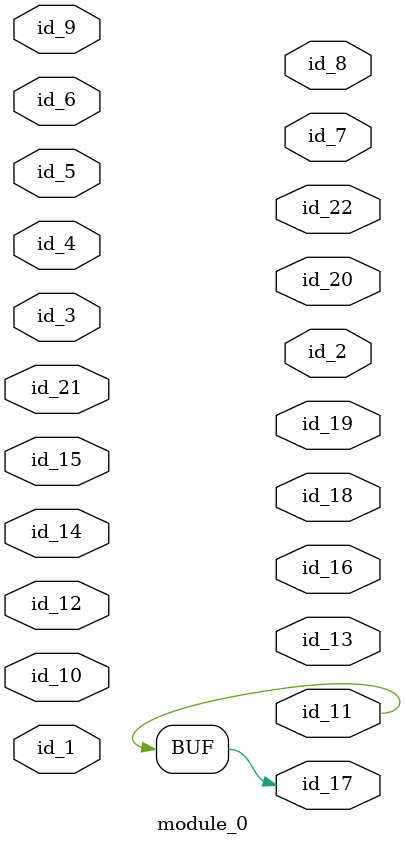
<source format=v>
module module_0 (
    id_1,
    id_2,
    id_3,
    id_4,
    id_5,
    id_6,
    id_7,
    id_8,
    id_9,
    id_10,
    id_11,
    id_12,
    id_13,
    id_14,
    id_15,
    id_16,
    id_17,
    id_18,
    id_19,
    id_20,
    id_21,
    id_22
);
  output id_22;
  input id_21;
  output id_20;
  output id_19;
  output id_18;
  output id_17;
  output id_16;
  input id_15;
  input id_14;
  output id_13;
  input id_12;
  output id_11;
  input id_10;
  input id_9;
  output id_8;
  output id_7;
  input id_6;
  input id_5;
  input id_4;
  input id_3;
  output id_2;
  input id_1;
  assign id_17 = id_11;
endmodule

</source>
